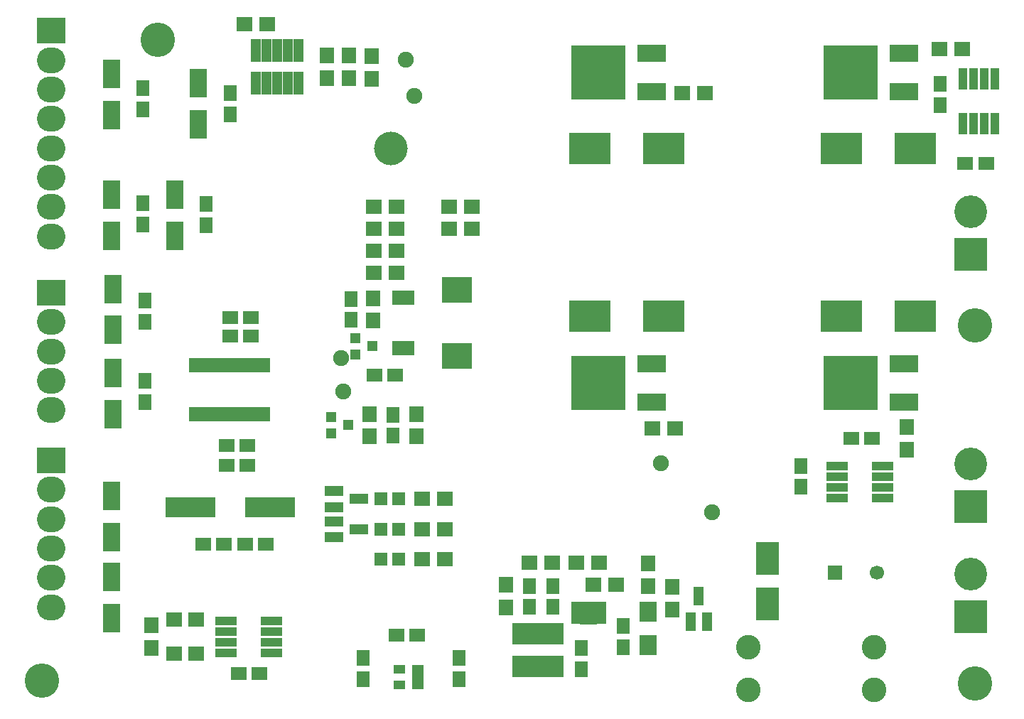
<source format=gts>
G04 #@! TF.FileFunction,Soldermask,Top*
%FSLAX46Y46*%
G04 Gerber Fmt 4.6, Leading zero omitted, Abs format (unit mm)*
G04 Created by KiCad (PCBNEW 4.0.0-stable) date Thursday, 26 May 2016 'pmt' 07:34:14 pm*
%MOMM*%
G01*
G04 APERTURE LIST*
%ADD10C,0.100000*%
%ADD11C,4.000000*%
%ADD12R,1.700000X1.700000*%
%ADD13C,1.700000*%
%ADD14R,2.000000X2.400000*%
%ADD15R,1.900000X1.650000*%
%ADD16R,1.650000X1.900000*%
%ADD17R,4.900880X3.699460*%
%ADD18R,4.898340X3.699460*%
%ADD19R,2.701240X3.900120*%
%ADD20R,1.200100X2.200860*%
%ADD21R,1.200100X1.200100*%
%ADD22R,2.000000X3.400000*%
%ADD23R,1.598880X1.598880*%
%ADD24C,2.940000*%
%ADD25R,6.200000X2.500000*%
%ADD26R,3.900000X3.900000*%
%ADD27C,3.900000*%
%ADD28O,3.400000X3.100000*%
%ADD29R,3.400000X3.100000*%
%ADD30R,1.160000X2.800000*%
%ADD31R,3.448000X2.051000*%
%ADD32R,6.496000X6.496000*%
%ADD33R,2.200860X1.200100*%
%ADD34R,1.900000X1.700000*%
%ADD35R,1.700000X1.900000*%
%ADD36R,3.600000X3.100000*%
%ADD37R,0.800000X1.750000*%
%ADD38R,1.000000X1.750000*%
%ADD39R,2.050000X2.800000*%
%ADD40R,1.200000X0.800000*%
%ADD41R,1.460000X1.050000*%
%ADD42R,0.700000X1.700000*%
%ADD43R,1.100000X2.600000*%
%ADD44R,2.600000X1.100000*%
%ADD45R,5.900000X2.400000*%
%ADD46C,4.100000*%
%ADD47C,1.900000*%
G04 APERTURE END LIST*
D10*
D11*
X155900000Y-72000000D03*
D12*
X208800000Y-122600000D03*
D13*
X213800000Y-122600000D03*
D14*
X186600000Y-127200000D03*
X186600000Y-131200000D03*
D15*
X156550000Y-130000000D03*
X159050000Y-130000000D03*
D16*
X164000000Y-135250000D03*
X164000000Y-132750000D03*
X152600000Y-135250000D03*
X152600000Y-132750000D03*
X204800000Y-112350000D03*
X204800000Y-109850000D03*
D15*
X210750000Y-106600000D03*
X213250000Y-106600000D03*
D16*
X183600000Y-131450000D03*
X183600000Y-128950000D03*
X175200000Y-124150000D03*
X175200000Y-126650000D03*
X172400000Y-124150000D03*
X172400000Y-126650000D03*
D15*
X224350000Y-73800000D03*
X226850000Y-73800000D03*
D16*
X178600000Y-134050000D03*
X178600000Y-131550000D03*
X221400000Y-64350000D03*
X221400000Y-66850000D03*
X151200000Y-92450000D03*
X151200000Y-89950000D03*
D15*
X156450000Y-99000000D03*
X153950000Y-99000000D03*
X137750000Y-134600000D03*
X140250000Y-134600000D03*
X139250000Y-92200000D03*
X136750000Y-92200000D03*
X139250000Y-94400000D03*
X136750000Y-94400000D03*
D16*
X126400000Y-67350000D03*
X126400000Y-64850000D03*
D15*
X133550000Y-119200000D03*
X136050000Y-119200000D03*
X136350000Y-109800000D03*
X138850000Y-109800000D03*
D16*
X136800000Y-67950000D03*
X136800000Y-65450000D03*
D15*
X136350000Y-107400000D03*
X138850000Y-107400000D03*
X141050000Y-119200000D03*
X138550000Y-119200000D03*
D16*
X133900000Y-78650000D03*
X133900000Y-81150000D03*
X126400000Y-78550000D03*
X126400000Y-81050000D03*
X126600000Y-92650000D03*
X126600000Y-90150000D03*
X126600000Y-99750000D03*
X126600000Y-102250000D03*
X156200000Y-103750000D03*
X156200000Y-106250000D03*
D17*
X179600720Y-92000000D03*
D18*
X188399280Y-92000000D03*
D17*
X209600720Y-92000000D03*
D18*
X218399280Y-92000000D03*
D17*
X179600720Y-72000000D03*
D18*
X188399280Y-72000000D03*
D17*
X209600720Y-72000000D03*
D18*
X218399280Y-72000000D03*
D19*
X200800000Y-126300020D03*
X200800000Y-120899980D03*
D20*
X191650000Y-128401140D03*
X193550000Y-128401140D03*
X192600000Y-125398860D03*
D21*
X151699240Y-94650000D03*
X151699240Y-96550000D03*
X153698220Y-95600000D03*
D22*
X122600000Y-113450000D03*
X122600000Y-118350000D03*
X122600000Y-127950000D03*
X122600000Y-123050000D03*
D23*
X156849020Y-121000000D03*
X154750980Y-121000000D03*
X156849020Y-113800000D03*
X154750980Y-113800000D03*
X156849020Y-117400000D03*
X154750980Y-117400000D03*
D22*
X122600000Y-63150000D03*
X122600000Y-68050000D03*
X133000000Y-64250000D03*
X133000000Y-69150000D03*
X130200000Y-82450000D03*
X130200000Y-77550000D03*
X122600000Y-82450000D03*
X122600000Y-77550000D03*
X122800000Y-88750000D03*
X122800000Y-93650000D03*
X122800000Y-103650000D03*
X122800000Y-98750000D03*
D21*
X148799240Y-104050000D03*
X148799240Y-105950000D03*
X150798220Y-105000000D03*
D24*
X198500000Y-136500000D03*
X198500000Y-131500000D03*
X213500000Y-136500000D03*
X213500000Y-131500000D03*
D25*
X173400000Y-129850000D03*
X173400000Y-133750000D03*
D26*
X225000000Y-127800000D03*
D27*
X225000000Y-122720000D03*
D26*
X225000000Y-84600000D03*
D27*
X225000000Y-79520000D03*
D26*
X225000000Y-114700000D03*
D27*
X225000000Y-109620000D03*
D28*
X115400000Y-82500000D03*
X115400000Y-79000000D03*
D29*
X115400000Y-58000000D03*
D28*
X115400000Y-61500000D03*
X115400000Y-65000000D03*
X115400000Y-68500000D03*
X115400000Y-72000000D03*
X115400000Y-75500000D03*
D29*
X115400000Y-89200000D03*
D28*
X115400000Y-92700000D03*
X115400000Y-96200000D03*
X115400000Y-99700000D03*
X115400000Y-103200000D03*
D29*
X115400000Y-109200000D03*
D28*
X115400000Y-112700000D03*
X115400000Y-116200000D03*
X115400000Y-119700000D03*
X115400000Y-123200000D03*
X115400000Y-126700000D03*
D30*
X144900000Y-60350000D03*
X144900000Y-64250000D03*
X143630000Y-60350000D03*
X143630000Y-64250000D03*
X142360000Y-60350000D03*
X142360000Y-64250000D03*
X141090000Y-60350000D03*
X141090000Y-64250000D03*
X139820000Y-60350000D03*
X139820000Y-64250000D03*
D31*
X187000000Y-102286000D03*
D32*
X180650000Y-100000000D03*
D31*
X187000000Y-97714000D03*
X217000000Y-102286000D03*
D32*
X210650000Y-100000000D03*
D31*
X217000000Y-97714000D03*
X187000000Y-65286000D03*
D32*
X180650000Y-63000000D03*
D31*
X187000000Y-60714000D03*
X217000000Y-65286000D03*
D32*
X210650000Y-63000000D03*
D31*
X217000000Y-60714000D03*
D33*
X149098860Y-112850000D03*
X149098860Y-114750000D03*
X152101140Y-113800000D03*
X149098860Y-116450000D03*
X149098860Y-118350000D03*
X152101140Y-117400000D03*
D34*
X187050000Y-105400000D03*
X189750000Y-105400000D03*
D35*
X217400000Y-105250000D03*
X217400000Y-107950000D03*
X189400000Y-126950000D03*
X189400000Y-124250000D03*
X186600000Y-124150000D03*
X186600000Y-121450000D03*
D34*
X182750000Y-124000000D03*
X180050000Y-124000000D03*
D36*
X163800000Y-96750000D03*
X163800000Y-88850000D03*
D34*
X172450000Y-121400000D03*
X175150000Y-121400000D03*
X193350000Y-65400000D03*
X190650000Y-65400000D03*
X223950000Y-60200000D03*
X221250000Y-60200000D03*
X153850000Y-84200000D03*
X156550000Y-84200000D03*
X156550000Y-81600000D03*
X153850000Y-81600000D03*
D35*
X169600000Y-126750000D03*
X169600000Y-124050000D03*
D34*
X178050000Y-121400000D03*
X180750000Y-121400000D03*
X153850000Y-86800000D03*
X156550000Y-86800000D03*
X156550000Y-79000000D03*
X153850000Y-79000000D03*
D35*
X153800000Y-92550000D03*
X153800000Y-89850000D03*
D34*
X141150000Y-57200000D03*
X138450000Y-57200000D03*
D35*
X148300000Y-60950000D03*
X148300000Y-63650000D03*
X150900000Y-63650000D03*
X150900000Y-60950000D03*
X153600000Y-61050000D03*
X153600000Y-63750000D03*
D34*
X132750000Y-128200000D03*
X130050000Y-128200000D03*
D35*
X127400000Y-128850000D03*
X127400000Y-131550000D03*
D34*
X130050000Y-132200000D03*
X132750000Y-132200000D03*
X162350000Y-121000000D03*
X159650000Y-121000000D03*
X162350000Y-113800000D03*
X159650000Y-113800000D03*
X162350000Y-117400000D03*
X159650000Y-117400000D03*
D35*
X159000000Y-106350000D03*
X159000000Y-103650000D03*
X153400000Y-103650000D03*
X153400000Y-106350000D03*
D34*
X162850000Y-81600000D03*
X165550000Y-81600000D03*
X165550000Y-79000000D03*
X162850000Y-79000000D03*
D37*
X133100000Y-103725000D03*
X133750000Y-103725000D03*
X134400000Y-103725000D03*
X135050000Y-103725000D03*
X133100000Y-97875000D03*
X133750000Y-97875000D03*
X134400000Y-97875000D03*
X135050000Y-97875000D03*
X137650000Y-97875000D03*
X137650000Y-97875000D03*
D38*
X141000000Y-97875000D03*
D37*
X140250000Y-97875000D03*
X139600000Y-97875000D03*
X138950000Y-97875000D03*
X138300000Y-97875000D03*
X137650000Y-97875000D03*
X137000000Y-97875000D03*
X136350000Y-97875000D03*
X135700000Y-97875000D03*
D38*
X132350000Y-97875000D03*
X132350000Y-103725000D03*
D37*
X135700000Y-103725000D03*
X136350000Y-103725000D03*
X137000000Y-103725000D03*
X137650000Y-103725000D03*
X138300000Y-103725000D03*
X138950000Y-103725000D03*
X139600000Y-103725000D03*
X140250000Y-103725000D03*
D38*
X141000000Y-103725000D03*
D39*
X179465000Y-127355000D03*
D40*
X180940000Y-128330000D03*
X180940000Y-127680000D03*
X180940000Y-127030000D03*
X180940000Y-126380000D03*
X177990000Y-126380000D03*
X177990000Y-127030000D03*
X177990000Y-127680000D03*
X177990000Y-128330000D03*
D41*
X159100000Y-135950000D03*
X159100000Y-135000000D03*
X159100000Y-134050000D03*
X156900000Y-134050000D03*
X156900000Y-135950000D03*
D42*
X158400000Y-89800000D03*
X157750000Y-89800000D03*
X157100000Y-89800000D03*
X156450000Y-89800000D03*
X156450000Y-95800000D03*
X157100000Y-95800000D03*
X157750000Y-95800000D03*
X158400000Y-95800000D03*
D43*
X224095000Y-69100000D03*
X225365000Y-69100000D03*
X226635000Y-69100000D03*
X227905000Y-69100000D03*
X227905000Y-63700000D03*
X226635000Y-63700000D03*
X225365000Y-63700000D03*
X224095000Y-63700000D03*
D44*
X209100000Y-109895000D03*
X209100000Y-111165000D03*
X209100000Y-112435000D03*
X209100000Y-113705000D03*
X214500000Y-113705000D03*
X214500000Y-112435000D03*
X214500000Y-111165000D03*
X214500000Y-109895000D03*
X141700000Y-132105000D03*
X141700000Y-130835000D03*
X141700000Y-129565000D03*
X141700000Y-128295000D03*
X136300000Y-128295000D03*
X136300000Y-129565000D03*
X136300000Y-130835000D03*
X136300000Y-132105000D03*
D45*
X132050000Y-114800000D03*
X141550000Y-114800000D03*
D46*
X225500000Y-93100000D03*
X225500000Y-135800000D03*
X114300000Y-135400000D03*
X128100000Y-59100000D03*
D47*
X157700000Y-61400000D03*
X158700000Y-65800000D03*
X188100000Y-109500000D03*
X194200000Y-115400000D03*
X150000000Y-97000000D03*
X150200000Y-101000000D03*
M02*

</source>
